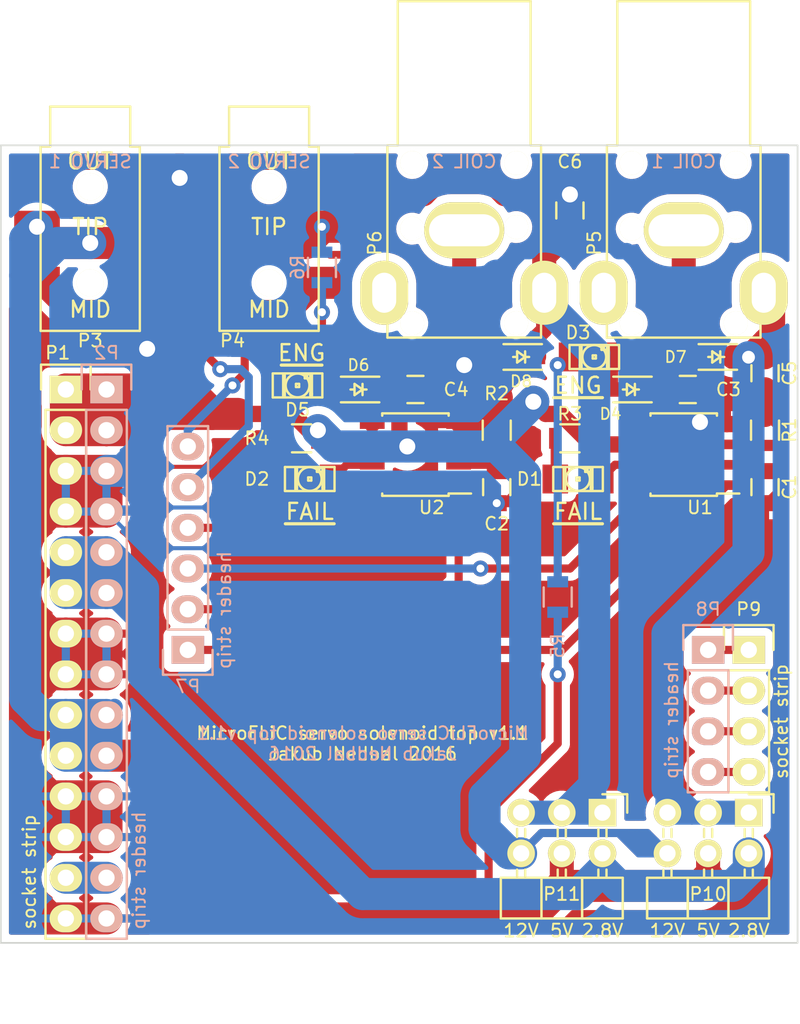
<source format=kicad_pcb>
(kicad_pcb (version 20221018) (generator pcbnew)
  (layers (0 "F.Cu" signal) (31 "B.Cu" signal) (34 "B.Paste" user) (35 "F.Paste" user) (36 "B.SilkS" user "B.Silkscreen") (37 "F.SilkS" user "F.Silkscreen") (38 "B.Mask" user) (39 "F.Mask" user) (44 "Edge.Cuts" user))
  (net 0 "")
  (net 1 "+5VP")
  (net 2 "GND")
  (net 3 "+12V")
  (net 4 "+2V5")
  (net 5 "+3V3")
  (net 6 "/SERVO3")
  (net 7 "/SERVO4")
  (net 8 "/shutterPWM/SH3_PWM")
  (net 9 "/shutterPWM/SH4_PWM")
  (net 10 "/shutterPWM/DC")
  (net 11 "/shutterPWM/DD")
  (net 12 "/shutterPWM/SHC_PWR")
  (net 13 "/shutterPWM/SHD_PWR")
  (net 14 "/shutterPWM/FC")
  (net 15 "/shutterPWM/SHC_O/C")
  (net 16 "/shutterPWM/FD")
  (net 17 "/shutterPWM/SHD_O/C")
  (net 18 "/shutterPWM/SH3")
  (net 19 "/shutterPWM/SH4")
  (net 20 "/SCL_5V")
  (net 21 "/SDA_5V")
  (net 22 "/SDA_3V3")
  (net 23 "/SCL_3V3")
  (net 24 "/shutterPWM/OC")
  (net 25 "/shutterPWM/OD")
  (net 26 "/shutterPWM/FAIL_C")
  (net 27 "/shutterPWM/FAIL_D")
  (net 28 "/shutterPWM/EC1")
  (net 29 "/shutterPWM/EC2")
  (net 30 "/shutterPWM/ED1")
  (net 31 "/shutterPWM/ED2")
  (footprint "LEDs:LED-1206" (layer "F.Cu") (at 136.144 120.904 180)
    (fp_text reference "D1")
    (fp_text value "LED RED" hide)
  )
  (footprint "LEDs:LED-1206" (layer "F.Cu") (at 119.38 120.904 180)
    (fp_text reference "D2")
    (fp_text value "LED RED" hide)
  )
  (footprint "LEDs:LED-1206" (layer "F.Cu") (at 137.16 113.284 180)
    (fp_text reference "D3")
    (fp_text value "LED YELLOW" hide)
  )
  (footprint "jakub:SOD-323" (layer "F.Cu") (at 144.78 113.284 180)
    (fp_text reference "D7")
    (fp_text value "1N4148")
  )
  (footprint "jakub:SOD-323" (layer "F.Cu") (at 132.588 113.284 180)
    (fp_text reference "D8")
    (fp_text value "1N4148")
  )
  (footprint "jakub:MJ4435-R" (layer "F.Cu") (at 105.664 105.156 -90)
    (fp_text reference "P3")
    (fp_text value "3.5mm jack" hide)
  )
  (footprint "jakub:MJ4435-R" (layer "F.Cu") (at 116.84 105.156 -90)
    (fp_text reference "P4")
    (fp_text value "3.5mm jack" hide)
  )
  (footprint "jakub:PSG01544" (layer "F.Cu") (at 142.748 100.076 -90)
    (fp_text reference "P5")
    (fp_text value "RCA jack" hide)
  )
  (footprint "jakub:PSG01544" (layer "F.Cu") (at 129.032 100.076 -90)
    (fp_text reference "P6")
    (fp_text value "RCA jack" hide)
  )
  (footprint "Pin_Headers:Pin_Header_Angled_2x03" (layer "F.Cu") (at 146.812 141.732 -90)
    (fp_text reference "P10")
    (fp_text value "2x3 header strip R/A" hide)
  )
  (footprint "Pin_Headers:Pin_Header_Angled_2x03" (layer "F.Cu") (at 137.668 141.732 -90)
    (fp_text reference "P11")
    (fp_text value "2x3 header strip R/A" hide)
  )
  (footprint "Housings_SOIC:SOIC-8_3.9x4.9mm_Pitch1.27mm" (layer "F.Cu") (at 142.748 119.38 180)
    (fp_text reference "U1")
    (fp_text value "DRV103" hide)
  )
  (footprint "Housings_SOIC:SOIC-8_3.9x4.9mm_Pitch1.27mm" (layer "F.Cu") (at 125.984 119.38 180)
    (fp_text reference "U2")
    (fp_text value "DRV103" hide)
  )
  (footprint "Capacitors_SMD:C_0805" (layer "F.Cu") (at 147.828 121.412 90)
    (fp_text reference "C1")
    (fp_text value "10n" hide)
  )
  (footprint "Capacitors_SMD:C_0805" (layer "F.Cu") (at 131.064 121.412 90)
    (fp_text reference "C2")
    (fp_text value "10n" hide)
  )
  (footprint "Capacitors_SMD:C_0805" (layer "F.Cu") (at 143.002 115.316 180)
    (fp_text reference "C3")
    (fp_text value "4u7/25V" hide)
  )
  (footprint "Capacitors_SMD:C_0805" (layer "F.Cu") (at 125.984 115.316 180)
    (fp_text reference "C4")
    (fp_text value "4u7/25V" hide)
  )
  (footprint "Capacitors_SMD:C_0805" (layer "F.Cu") (at 147.828 114.3 90)
    (fp_text reference "C5")
    (fp_text value "4u7/25V" hide)
  )
  (footprint "Capacitors_SMD:C_0805" (layer "F.Cu") (at 135.636 104.14 -90)
    (fp_text reference "C6")
    (fp_text value "4u7/25V" hide)
  )
  (footprint "Resistors_SMD:R_0805" (layer "F.Cu") (at 147.828 117.856 -90)
    (fp_text reference "R1")
    (fp_text value "270k" hide)
  )
  (footprint "Resistors_SMD:R_0805" (layer "F.Cu") (at 131.064 117.856 -90)
    (fp_text reference "R2")
    (fp_text value "270k" hide)
  )
  (footprint "Resistors_SMD:R_0805" (layer "F.Cu") (at 135.636 118.364)
    (fp_text reference "R3")
    (fp_text value "10k" hide)
  )
  (footprint "Resistors_SMD:R_0805" (layer "F.Cu") (at 118.872 118.364)
    (fp_text reference "R4")
    (fp_text value "10k" hide)
  )
  (footprint "LEDs:LED-1206" (layer "F.Cu") (at 118.618 115.062 180)
    (fp_text reference "D5")
    (fp_text value "LED YELLOW" hide)
  )
  (footprint "jakub:ESQ-114-33-G-S" (layer "F.Cu") (at 104.14 115.316)
    (fp_text reference "P1")
    (fp_text value "1x14 socket strip" hide)
  )
  (footprint "jakub:ESQ-104-33-G-S" (layer "F.Cu") (at 146.812 131.572 -90)
    (fp_text reference "P9")
    (fp_text value "1x4 socket strip" hide)
  )
  (footprint "jakub:SOD-323" (layer "F.Cu") (at 139.446 115.316 180)
    (fp_text reference "D4")
    (fp_text value "1N4148")
  )
  (footprint "jakub:SOD-323" (layer "F.Cu") (at 122.428 115.316 180)
    (fp_text reference "D6")
    (fp_text value "1N4148")
  )
  (footprint "Resistors_SMD:R_0805" (layer "B.Cu") (at 134.874 128.27 -90)
    (fp_text reference "R5")
    (fp_text value "3k" hide)
  )
  (footprint "Resistors_SMD:R_0805" (layer "B.Cu") (at 120.142 107.696 90)
    (fp_text reference "R6")
    (fp_text value "3k" hide)
  )
  (footprint "Pin_Headers:Pin_Header_Straight_1x14" (layer "B.Cu") (at 106.68 115.316 180)
    (fp_text reference "P2")
    (fp_text value "1x14 header strip" hide)
  )
  (footprint "Pin_Headers:Pin_Header_Straight_1x06" (layer "B.Cu") (at 111.76 131.572)
    (fp_text reference "P7")
    (fp_text value "1x6 header strip" hide)
  )
  (footprint "Pin_Headers:Pin_Header_Straight_1x04" (layer "B.Cu") (at 144.272 131.572 180)
    (fp_text reference "P8")
    (fp_text value "1x4 header strip" hide)
  )
  (gr_line (start 137.668 115.824) (end 134.62 115.824) (stroke (width 0.2)) (layer "F.SilkS"))
  (gr_line (start 117.602 113.792) (end 120.142 113.792) (stroke (width 0.2)) (layer "F.SilkS"))
  (gr_line (start 134.62 123.698) (end 137.668 123.698) (stroke (width 0.2)) (layer "F.SilkS"))
  (gr_line (start 117.856 123.698) (end 120.904 123.698) (stroke (width 0.2)) (layer "F.SilkS"))
  (gr_line (start 100.076 100.076) (end 100.076 149.86) (stroke (width 0.1)) (layer "Edge.Cuts"))
  (gr_line (start 100.076 100.076) (end 149.86 100.076) (stroke (width 0.1)) (layer "Edge.Cuts"))
  (gr_line (start 149.86 100.076) (end 149.86 149.86) (stroke (width 0.1)) (layer "Edge.Cuts"))
  (gr_line (start 100.076 149.86) (end 149.86 149.86) (stroke (width 0.1)) (layer "Edge.Cuts"))
  (gr_text "COIL 1" (at 142.748 101.092) (layer "B.SilkS") (effects (font (size 0.8 0.8) (thickness 0.12)) (justify mirror)))
  (gr_text "MicroFLiC servo solenoid top v1.1\nJakub Nedbal 2016" (at 122.682 137.414) (layer "B.SilkS") (effects (font (size 0.8 0.8) (thickness 0.12)) (justify mirror)))
  (gr_text "SERVO 1" (at 105.664 101.092) (layer "B.SilkS") (effects (font (size 0.8 0.8) (thickness 0.12)) (justify mirror)))
  (gr_text "COIL 2" (at 129.032 101.092) (layer "B.SilkS") (effects (font (size 0.8 0.8) (thickness 0.12)) (justify mirror)))
  (gr_text "header strip" (at 141.986 139.7 90) (layer "B.SilkS") (effects (font (size 0.8 0.8) (thickness 0.12)) (justify right mirror)))
  (gr_text "header strip" (at 114.046 132.842 90) (layer "B.SilkS") (effects (font (size 0.8 0.8) (thickness 0.12)) (justify right mirror)))
  (gr_text "header strip" (at 108.712 149.098 90) (layer "B.SilkS") (effects (font (size 0.8 0.8) (thickness 0.12)) (justify right mirror)))
  (gr_text "SERVO 2" (at 116.84 101.092) (layer "B.SilkS") (effects (font (size 0.8 0.8) (thickness 0.12)) (justify mirror)))
  (gr_text "FAIL" (at 119.38 122.936) (layer "F.SilkS") (effects (font (size 1 1))))
  (gr_text "2.8V" (at 137.668 149.098) (layer "F.SilkS") (effects (font (size 0.8 0.8) (thickness 0.12))))
  (gr_text "FAIL" (at 136.144 122.936) (layer "F.SilkS") (effects (font (size 1 1))))
  (gr_text "12V" (at 132.588 149.098) (layer "F.SilkS") (effects (font (size 0.8 0.8) (thickness 0.12))))
  (gr_text "5V" (at 144.272 149.098) (layer "F.SilkS") (effects (font (size 0.8 0.8) (thickness 0.12))))
  (gr_text "socket strip" (at 101.854 149.098 90) (layer "F.SilkS") (effects (font (size 0.8 0.8) (thickness 0.12)) (justify left)))
  (gr_text "ENG" (at 136.144 115.062) (layer "F.SilkS") (effects (font (size 1 1))))
  (gr_text "5V" (at 135.128 149.098) (layer "F.SilkS") (effects (font (size 0.8 0.8) (thickness 0.12))))
  (gr_text "ENG" (at 118.872 113.03) (layer "F.SilkS") (effects (font (size 1 1))))
  (gr_text "2.8V" (at 146.812 149.098) (layer "F.SilkS") (effects (font (size 0.8 0.8) (thickness 0.12))))
  (gr_text "12V" (at 141.732 149.098) (layer "F.SilkS") (effects (font (size 0.8 0.8) (thickness 0.12))))
  (gr_text "socket strip" (at 148.844 139.7 90) (layer "F.SilkS") (effects (font (size 0.8 0.8) (thickness 0.12)) (justify left)))
  (gr_text "MicroFLiC servo solenoid top v1.1\nJakub Nedbal 2016" (at 122.682 137.414) (layer "F.SilkS") (effects (font (size 0.8 0.8) (thickness 0.12))))
  (segment (start 108.712 138.176) (end 109.22 138.684) (width 2) (layer "F.Cu") (net 1))
  (segment (start 109.22 138.684) (end 109.22 146.812) (width 2) (layer "F.Cu") (net 1))
  (segment (start 109.22 146.812) (end 110.744 148.336) (width 2) (layer "F.Cu") (net 1))
  (segment (start 110.744 148.336) (end 130.556 148.336) (width 2) (layer "F.Cu") (net 1))
  (segment (start 133.096 148.336) (end 135.128 146.304) (width 2) (layer "F.Cu") (net 1))
  (segment (start 135.128 146.304) (end 135.128 144.272) (width 1.5) (layer "F.Cu") (net 1))
  (segment (start 143.764 146.304) (end 144.272 145.796) (width 2) (layer "F.Cu") (net 1))
  (segment (start 144.272 145.796) (end 144.272 144.272) (width 1.5) (layer "F.Cu") (net 1))
  (segment (start 119.149 106.172) (end 114.531 106.172) (width 2) (layer "F.Cu") (net 1))
  (segment (start 114.531 106.172) (end 113.515 105.156) (width 2) (layer "F.Cu") (net 1))
  (segment (start 107.973 106.172) (end 105.664 106.172) (width 2) (layer "F.Cu") (net 1))
  (segment (start 103.355 106.172) (end 102.339 105.156) (width 2) (layer "F.Cu") (net 1))
  (segment (start 105.664 106.172) (end 103.355 106.172) (width 2) (layer "F.Cu") (net 1))
  (segment (start 120.142 105.156) (end 120.165 105.156) (width 0.508) (layer "F.Cu") (net 1))
  (segment (start 130.556 148.336) (end 133.096 148.336) (width 2) (layer "F.Cu") (net 1))
  (segment (start 130.556 141.732) (end 134.874 137.414) (width 0.508) (layer "F.Cu") (net 1))
  (segment (start 134.874 137.414) (end 134.874 133.096) (width 0.508) (layer "F.Cu") (net 1))
  (segment (start 114.531 106.172) (end 107.973 106.172) (width 2) (layer "F.Cu") (net 1))
  (segment (start 130.556 148.336) (end 130.556 141.732) (width 0.508) (layer "F.Cu") (net 1))
  (segment (start 113.515 105.156) (end 108.989 105.156) (width 2) (layer "F.Cu") (net 1))
  (segment (start 135.128 146.304) (end 143.764 146.304) (width 2) (layer "F.Cu") (net 1))
  (segment (start 120.165 105.156) (end 119.149 106.172) (width 2) (layer "F.Cu") (net 1))
  (segment (start 106.68 138.176) (end 108.712 138.176) (width 2) (layer "F.Cu") (net 1))
  (segment (start 108.989 105.156) (end 107.973 106.172) (width 2) (layer "F.Cu") (net 1))
  (via (at 105.664 106.172) (size 2) (drill 1) (layers "F.Cu" "B.Cu") (net 1))
  (via (at 120.142 105.156) (size 1) (drill 0.5) (layers "F.Cu" "B.Cu") (net 1))
  (via (at 102.339 105.156) (size 2) (drill 1) (layers "F.Cu" "B.Cu") (net 1))
  (via (at 134.874 133.096) (size 1) (drill 0.5) (layers "F.Cu" "B.Cu") (net 1))
  (segment (start 102.339 105.156) (end 101.6 105.895) (width 2) (layer "B.Cu") (net 1))
  (segment (start 101.6 105.895) (end 101.6 108.204) (width 2) (layer "B.Cu") (net 1))
  (segment (start 101.6 134.62) (end 102.616 135.636) (width 2) (layer "B.Cu") (net 1))
  (segment (start 102.616 135.636) (end 104.14 135.636) (width 2) (layer "B.Cu") (net 1))
  (segment (start 101.6 108.204) (end 101.6 134.62) (width 2) (layer "B.Cu") (net 1))
  (segment (start 103.632 106.172) (end 105.664 106.172) (width 2) (layer "B.Cu") (net 1))
  (segment (start 134.874 133.096) (end 134.874 129.22) (width 0.508) (layer "B.Cu") (net 1))
  (segment (start 104.14 138.176) (end 106.68 138.176) (width 2) (layer "B.Cu") (net 1))
  (segment (start 106.68 135.636) (end 107.188 135.128) (width 1.016) (layer "B.Cu") (net 1))
  (segment (start 101.6 108.204) (end 103.632 106.172) (width 2) (layer "B.Cu") (net 1))
  (segment (start 104.14 135.636) (end 106.68 135.636) (width 2) (layer "B.Cu") (net 1))
  (segment (start 104.14 135.636) (end 104.14 138.176) (width 2) (layer "B.Cu") (net 1))
  (segment (start 106.68 135.636) (end 106.68 138.176) (width 2) (layer "B.Cu") (net 1))
  (segment (start 120.142 106.746) (end 120.142 105.156) (width 0.508) (layer "B.Cu") (net 1))
  (segment (start 104.14 135.636) (end 106.68 138.176) (width 2) (layer "B.Cu") (net 1))
  (segment (start 126.984 115.775) (end 128.684 117.475) (width 1.016) (layer "F.Cu") (net 2))
  (segment (start 143.748 115.775) (end 143.748 115.316) (width 1.016) (layer "F.Cu") (net 2))
  (segment (start 147.259 117.475) (end 145.448 117.475) (width 1.016) (layer "F.Cu") (net 2))
  (segment (start 130.495 117.475) (end 128.684 117.475) (width 1.016) (layer "F.Cu") (net 2))
  (segment (start 129.032 113.792) (end 127.508 115.316) (width 2) (layer "F.Cu") (net 2))
  (segment (start 127.508 115.316) (end 127.762 115.316) (width 2) (layer "F.Cu") (net 2))
  (segment (start 131.064 115.824) (end 129.032 113.792) (width 2) (layer "F.Cu") (net 2))
  (segment (start 129.606 116.906) (end 127.762 115.062) (width 2) (layer "F.Cu") (net 2))
  (segment (start 127.762 115.062) (end 127.762 115.316) (width 2) (layer "F.Cu") (net 2))
  (segment (start 127.762 115.316) (end 126.984 115.316) (width 2) (layer "F.Cu") (net 2))
  (segment (start 103.203 101.092) (end 104.648 101.092) (width 1.016) (layer "F.Cu") (net 2))
  (segment (start 108.125 101.092) (end 108.989 101.956) (width 1.016) (layer "F.Cu") (net 2))
  (segment (start 114.379 101.092) (end 115.824 101.092) (width 1.016) (layer "F.Cu") (net 2))
  (segment (start 119.301 101.092) (end 120.165 101.956) (width 1.016) (layer "F.Cu") (net 2))
  (segment (start 107.544 101.956) (end 106.68 101.092) (width 1.016) (layer "F.Cu") (net 2))
  (segment (start 106.68 101.092) (end 108.125 101.092) (width 1.016) (layer "F.Cu") (net 2))
  (segment (start 103.784 101.956) (end 104.648 101.092) (width 1.016) (layer "F.Cu") (net 2))
  (segment (start 104.648 101.092) (end 106.68 101.092) (width 1.016) (layer "F.Cu") (net 2))
  (segment (start 111.252 102.108) (end 111.252 101.956) (width 2) (layer "F.Cu") (net 2))
  (segment (start 111.252 101.956) (end 111.252 102.108) (width 2) (layer "F.Cu") (net 2))
  (segment (start 111.252 102.108) (end 111.252 101.956) (width 2) (layer "F.Cu") (net 2))
  (segment (start 111.252 101.956) (end 113.515 101.956) (width 2) (layer "F.Cu") (net 2))
  (segment (start 114.96 101.956) (end 115.824 101.092) (width 1.016) (layer "F.Cu") (net 2))
  (segment (start 115.824 101.092) (end 117.856 101.092) (width 1.016) (layer "F.Cu") (net 2))
  (segment (start 118.72 101.956) (end 117.856 101.092) (width 1.016) (layer "F.Cu") (net 2))
  (segment (start 117.856 101.092) (end 119.301 101.092) (width 1.016) (layer "F.Cu") (net 2))
  (segment (start 103.124 148.336) (end 101.6 146.812) (width 2) (layer "F.Cu") (net 2))
  (segment (start 101.6 146.812) (end 101.6 144.78) (width 2) (layer "F.Cu") (net 2))
  (segment (start 101.6 144.78) (end 103.124 143.256) (width 2) (layer "F.Cu") (net 2))
  (segment (start 103.124 143.256) (end 104.14 143.256) (width 2) (layer "F.Cu") (net 2))
  (segment (start 103.124 140.716) (end 101.6 139.192) (width 2) (layer "F.Cu") (net 2))
  (segment (start 101.6 139.192) (end 101.6 134.62) (width 2) (layer "F.Cu") (net 2))
  (segment (start 101.6 134.62) (end 103.124 133.096) (width 2) (layer "F.Cu") (net 2))
  (segment (start 103.124 133.096) (end 104.14 133.096) (width 2) (layer "F.Cu") (net 2))
  (segment (start 103.124 130.556) (end 101.6 129.032) (width 2) (layer "F.Cu") (net 2))
  (segment (start 101.6 129.032) (end 101.6 124.46) (width 2) (layer "F.Cu") (net 2))
  (segment (start 101.6 124.46) (end 103.124 122.936) (width 2) (layer "F.Cu") (net 2))
  (segment (start 103.124 122.936) (end 104.14 122.936) (width 2) (layer "F.Cu") (net 2))
  (segment (start 103.124 120.396) (end 101.6 118.872) (width 2) (layer "F.Cu") (net 2))
  (segment (start 101.6 118.872) (end 101.6 113.792) (width 2) (layer "F.Cu") (net 2))
  (segment (start 101.6 113.792) (end 102.616 112.776) (width 2) (layer "F.Cu") (net 2))
  (segment (start 102.616 112.776) (end 109.22 112.776) (width 2) (layer "F.Cu") (net 2))
  (segment (start 101.6 121.412) (end 101.6 124.46) (width 2) (layer "F.Cu") (net 2))
  (segment (start 102.616 121.412) (end 104.14 122.936) (width 2) (layer "F.Cu") (net 2))
  (segment (start 101.6 130.048) (end 101.6 134.62) (width 2) (layer "F.Cu") (net 2))
  (segment (start 101.6 130.556) (end 104.14 133.096) (width 2) (layer "F.Cu") (net 2))
  (segment (start 103.632 143.256) (end 101.6 141.224) (width 2) (layer "F.Cu") (net 2))
  (segment (start 101.6 141.224) (end 101.6 144.78) (width 2) (layer "F.Cu") (net 2))
  (segment (start 131.588 122.412) (end 133.096 120.904) (width 0.508) (layer "F.Cu") (net 2))
  (segment (start 133.096 120.904) (end 133.096 118.938) (width 0.508) (layer "F.Cu") (net 2))
  (segment (start 133.096 118.938) (end 131.064 116.906) (width 0.508) (layer "F.Cu") (net 2))
  (segment (start 123.292 101.956) (end 124.46 103.124) (width 1.5) (layer "F.Cu") (net 2))
  (segment (start 124.46 103.124) (end 126.492 103.124) (width 1.5) (layer "F.Cu") (net 2))
  (segment (start 126.492 103.124) (end 127.508 102.108) (width 1.5) (layer "F.Cu") (net 2))
  (segment (start 127.508 102.108) (end 130.556 102.108) (width 1.5) (layer "F.Cu") (net 2))
  (segment (start 130.556 102.108) (end 131.572 103.124) (width 1.5) (layer "F.Cu") (net 2))
  (segment (start 131.572 103.124) (end 135.62 103.124) (width 1.5) (layer "F.Cu") (net 2))
  (segment (start 135.62 103.124) (end 135.636 103.14) (width 1.5) (layer "F.Cu") (net 2))
  (segment (start 143.764 117.348) (end 143.891 117.475) (width 1.016) (layer "F.Cu") (net 2))
  (segment (start 143.891 117.475) (end 145.448 117.475) (width 1.016) (layer "F.Cu") (net 2))
  (segment (start 143.764 115.332) (end 143.748 115.316) (width 1.016) (layer "F.Cu") (net 2))
  (segment (start 143.764 115.332) (end 143.748 115.316) (width 1.016) (layer "F.Cu") (net 2))
  (segment (start 143.748 117.332) (end 143.764 117.348) (width 1.016) (layer "F.Cu") (net 2))
  (segment (start 143.748 117.332) (end 143.764 117.348) (width 1.016) (layer "F.Cu") (net 2))
  (segment (start 148.844 121.396) (end 148.844 117.922) (width 0.381) (layer "F.Cu") (net 2))
  (segment (start 148.844 117.922) (end 147.828 116.906) (width 0.381) (layer "F.Cu") (net 2))
  (segment (start 109.22 120.396) (end 109.474 120.142) (width 0.254) (layer "F.Cu") (net 2))
  (segment (start 109.474 120.142) (end 114.554 120.142) (width 0.254) (layer "F.Cu") (net 2))
  (segment (start 104.14 143.256) (end 103.632 143.256) (width 2) (layer "F.Cu") (net 2))
  (segment (start 108.989 101.956) (end 107.544 101.956) (width 1.016) (layer "F.Cu") (net 2))
  (segment (start 131.064 116.906) (end 131.064 115.824) (width 2) (layer "F.Cu") (net 2))
  (segment (start 145.448 117.475) (end 143.748 115.775) (width 1.016) (layer "F.Cu") (net 2))
  (segment (start 101.6 121.412) (end 102.616 121.412) (width 2) (layer "F.Cu") (net 2))
  (segment (start 131.064 116.906) (end 130.495 117.475) (width 1.016) (layer "F.Cu") (net 2))
  (segment (start 147.828 122.412) (end 148.844 121.396) (width 0.381) (layer "F.Cu") (net 2))
  (segment (start 143.764 117.348) (end 143.764 115.332) (width 1.016) (layer "F.Cu") (net 2))
  (segment (start 104.14 148.336) (end 103.124 148.336) (width 2) (layer "F.Cu") (net 2))
  (segment (start 104.14 130.556) (end 106.68 133.096) (width 2) (layer "F.Cu") (net 2))
  (segment (start 104.14 140.716) (end 103.124 140.716) (width 2) (layer "F.Cu") (net 2))
  (segment (start 104.14 140.716) (end 104.14 143.256) (width 2) (layer "F.Cu") (net 2))
  (segment (start 131.064 116.906) (end 129.606 116.906) (width 2) (layer "F.Cu") (net 2))
  (segment (start 104.14 122.936) (end 106.68 122.936) (width 2) (layer "F.Cu") (net 2))
  (segment (start 104.14 133.096) (end 106.68 133.096) (width 2) (layer "F.Cu") (net 2))
  (segment (start 126.984 115.316) (end 126.984 115.775) (width 1.016) (layer "F.Cu") (net 2))
  (segment (start 106.68 143.256) (end 106.68 140.716) (width 2) (layer "F.Cu") (net 2))
  (segment (start 143.748 115.316) (end 143.748 117.332) (width 1.016) (layer "F.Cu") (net 2))
  (segment (start 101.6 139.192) (end 101.6 141.224) (width 2) (layer "F.Cu") (net 2))
  (segment (start 131.588 122.412) (end 131.064 122.412) (width 0.508) (layer "F.Cu") (net 2))
  (segment (start 101.6 130.048) (end 101.6 130.556) (width 2) (layer "F.Cu") (net 2))
  (segment (start 106.68 130.556) (end 104.14 130.556) (width 2) (layer "F.Cu") (net 2))
  (segment (start 104.14 143.256) (end 106.68 143.256) (width 2) (layer "F.Cu") (net 2))
  (segment (start 101.6 129.032) (end 101.6 130.048) (width 2) (layer "F.Cu") (net 2))
  (segment (start 104.14 120.396) (end 106.68 122.936) (width 2) (layer "F.Cu") (net 2))
  (segment (start 102.339 101.956) (end 103.784 101.956) (width 1.016) (layer "F.Cu") (net 2))
  (segment (start 106.68 148.336) (end 104.14 148.336) (width 2) (layer "F.Cu") (net 2))
  (segment (start 102.339 101.956) (end 103.203 101.092) (width 1.016) (layer "F.Cu") (net 2))
  (segment (start 101.6 118.872) (end 101.6 121.412) (width 2) (layer "F.Cu") (net 2))
  (segment (start 106.68 133.096) (end 106.68 130.556) (width 2) (layer "F.Cu") (net 2))
  (segment (start 104.14 120.396) (end 104.14 122.936) (width 2) (layer "F.Cu") (net 2))
  (segment (start 104.14 130.556) (end 104.14 133.096) (width 2) (layer "F.Cu") (net 2))
  (segment (start 106.68 122.936) (end 106.68 120.396) (width 2) (layer "F.Cu") (net 2))
  (segment (start 113.515 101.956) (end 114.96 101.956) (width 1.016) (layer "F.Cu") (net 2))
  (segment (start 106.68 140.716) (end 104.14 140.716) (width 2) (layer "F.Cu") (net 2))
  (segment (start 104.14 140.716) (end 106.68 143.256) (width 2) (layer "F.Cu") (net 2))
  (segment (start 108.989 101.956) (end 111.252 101.956) (width 2) (layer "F.Cu") (net 2))
  (segment (start 147.828 116.906) (end 147.259 117.475) (width 1.016) (layer "F.Cu") (net 2))
  (segment (start 106.68 120.396) (end 109.22 120.396) (width 0.254) (layer "F.Cu") (net 2))
  (segment (start 104.14 120.396) (end 103.124 120.396) (width 2) (layer "F.Cu") (net 2))
  (segment (start 106.68 120.396) (end 104.14 120.396) (width 2) (layer "F.Cu") (net 2))
  (segment (start 113.515 101.956) (end 114.379 101.092) (width 1.016) (layer "F.Cu") (net 2))
  (segment (start 120.165 101.956) (end 118.72 101.956) (width 1.016) (layer "F.Cu") (net 2))
  (segment (start 120.165 101.956) (end 123.292 101.956) (width 1.5) (layer "F.Cu") (net 2))
  (segment (start 104.14 130.556) (end 103.124 130.556) (width 2) (layer "F.Cu") (net 2))
  (segment (start 147.828 116.906) (end 147.828 115.3) (width 1.5) (layer "F.Cu") (net 2))
  (via (at 143.764 117.348) (size 2) (drill 1) (layers "F.Cu" "B.Cu") (net 2))
  (via (at 111.252 102.108) (size 2) (drill 1) (layers "F.Cu" "B.Cu") (net 2))
  (via (at 109.22 112.776) (size 2) (drill 1) (layers "F.Cu" "B.Cu") (net 2))
  (via (at 129.032 113.792) (size 2) (drill 1) (layers "F.Cu" "B.Cu") (net 2))
  (via (at 135.636 103.14) (size 2) (drill 1) (layers "F.Cu" "B.Cu") (net 2))
  (via (at 131.064 122.412) (size 1) (drill 0.5) (layers "F.Cu" "B.Cu") (net 2))
  (segment (start 106.68 120.396) (end 107.696 120.396) (width 2) (layer "B.Cu") (net 2))
  (segment (start 107.696 120.396) (end 109.22 118.872) (width 2) (layer "B.Cu") (net 2))
  (segment (start 109.22 118.872) (end 109.22 112.776) (width 2) (layer "B.Cu") (net 2))
  (segment (start 109.22 112.776) (end 109.982 112.014) (width 2) (layer "B.Cu") (net 2))
  (segment (start 129.032 113.792) (end 122.428 113.792) (width 2) (layer "B.Cu") (net 2))
  (segment (start 129.032 110.236) (end 131.064 108.204) (width 2) (layer "B.Cu") (net 2))
  (segment (start 132.588 106.68) (end 133.096 106.68) (width 1.016) (layer "B.Cu") (net 2))
  (segment (start 133.096 106.68) (end 133.604 106.172) (width 1.016) (layer "B.Cu") (net 2))
  (segment (start 133.604 106.172) (end 135.89 106.172) (width 1.016) (layer "B.Cu") (net 2))
  (segment (start 138.176 106.172) (end 138.684 106.68) (width 1.016) (layer "B.Cu") (net 2))
  (segment (start 138.684 106.68) (end 139.192 106.68) (width 1.016) (layer "B.Cu") (net 2))
  (segment (start 139.192 106.68) (end 143.764 111.252) (width 1.016) (layer "B.Cu") (net 2))
  (segment (start 143.764 111.252) (end 143.764 117.348) (width 1.016) (layer "B.Cu") (net 2))
  (segment (start 135.89 106.172) (end 138.176 106.172) (width 1.016) (layer "B.Cu") (net 2))
  (segment (start 135.636 103.14) (end 135.652 103.124) (width 2) (layer "B.Cu") (net 2))
  (segment (start 135.652 103.124) (end 135.89 103.124) (width 2) (layer "B.Cu") (net 2))
  (segment (start 131.064 122.412) (end 131.064 122.428) (width 1.016) (layer "B.Cu") (net 2))
  (segment (start 106.934 133.096) (end 106.68 133.096) (width 1.016) (layer "B.Cu") (net 2))
  (segment (start 106.934 122.682) (end 114.808 122.682) (width 0.254) (layer "B.Cu") (net 2))
  (segment (start 108.966 125.222) (end 114.808 125.222) (width 0.254) (layer "B.Cu") (net 2))
  (segment (start 111.252 110.744) (end 109.982 112.014) (width 2) (layer "B.Cu") (net 2))
  (segment (start 111.252 109.22) (end 111.252 110.744) (width 2) (layer "B.Cu") (net 2))
  (segment (start 120.904 112.268) (end 114.3 112.268) (width 2) (layer "B.Cu") (net 2))
  (segment (start 109.728 112.268) (end 109.22 112.776) (width 2) (layer "B.Cu") (net 2))
  (segment (start 114.3 112.268) (end 109.728 112.268) (width 2) (layer "B.Cu") (net 2))
  (segment (start 106.68 122.936) (end 108.966 125.222) (width 0.254) (layer "B.Cu") (net 2))
  (segment (start 129.032 113.792) (end 129.032 110.236) (width 2) (layer "B.Cu") (net 2))
  (segment (start 106.68 120.396) (end 106.934 120.142) (width 0.254) (layer "B.Cu") (net 2))
  (segment (start 106.68 122.936) (end 106.934 122.682) (width 0.254) (layer "B.Cu") (net 2))
  (segment (start 135.89 103.124) (end 135.89 106.172) (width 2) (layer "B.Cu") (net 2))
  (segment (start 111.252 102.108) (end 111.252 109.22) (width 2) (layer "B.Cu") (net 2))
  (segment (start 111.252 109.22) (end 114.3 112.268) (width 2) (layer "B.Cu") (net 2))
  (segment (start 122.428 113.792) (end 120.904 112.268) (width 2) (layer "B.Cu") (net 2))
  (segment (start 131.064 108.204) (end 132.588 106.68) (width 1.016) (layer "B.Cu") (net 2))
  (segment (start 120.203 118.745) (end 119.822 118.364) (width 1.016) (layer "F.Cu") (net 3))
  (segment (start 124.587 118.745) (end 124.984 118.348) (width 1.016) (layer "F.Cu") (net 3))
  (segment (start 124.984 118.348) (end 124.984 115.316) (width 1.016) (layer "F.Cu") (net 3))
  (segment (start 136.967 118.745) (end 136.586 118.364) (width 1.016) (layer "F.Cu") (net 3))
  (segment (start 141.351 118.745) (end 140.048 118.745) (width 1.016) (layer "F.Cu") (net 3))
  (segment (start 140.462 143.002) (end 139.954 143.002) (width 0.508) (layer "F.Cu") (net 3))
  (segment (start 133.858 143.002) (end 132.588 144.272) (width 0.508) (layer "F.Cu") (net 3))
  (segment (start 140.462 143.764) (end 139.954 144.272) (width 0.508) (layer "F.Cu") (net 3))
  (segment (start 138.684 143.002) (end 139.192 143.002) (width 0.508) (layer "F.Cu") (net 3))
  (segment (start 138.938 143.002) (end 133.858 143.002) (width 0.508) (layer "F.Cu") (net 3))
  (segment (start 139.192 143.002) (end 138.938 143.002) (width 0.508) (layer "F.Cu") (net 3))
  (segment (start 140.208 144.018) (end 140.97 144.018) (width 0.508) (layer "F.Cu") (net 3))
  (segment (start 140.97 144.018) (end 141.732 144.272) (width 0.508) (layer "F.Cu") (net 3))
  (segment (start 139.954 143.002) (end 138.938 143.002) (width 0.508) (layer "F.Cu") (net 3))
  (segment (start 139.7 143.002) (end 140.716 144.018) (width 0.508) (layer "F.Cu") (net 3))
  (segment (start 140.716 144.018) (end 140.716 143.764) (width 0.508) (layer "F.Cu") (net 3))
  (segment (start 140.716 143.764) (end 141.224 144.272) (width 0.508) (layer "F.Cu") (net 3))
  (segment (start 135.062 116.84) (end 134.112 116.84) (width 1.016) (layer "F.Cu") (net 3))
  (segment (start 134.112 116.84) (end 133.35 116.078) (width 1.016) (layer "F.Cu") (net 3))
  (segment (start 118.298 116.84) (end 117.094 116.84) (width 1.016) (layer "F.Cu") (net 3))
  (segment (start 125.476 118.872) (end 124.984 118.38) (width 1.016) (layer "F.Cu") (net 3))
  (segment (start 124.984 118.348) (end 124.984 118.38) (width 1.016) (layer "F.Cu") (net 3))
  (segment (start 125.349 118.745) (end 125.476 118.872) (width 1.016) (layer "F.Cu") (net 3))
  (segment (start 114.874 116.84) (end 113.284 116.84) (width 2) (layer "F.Cu") (net 3))
  (segment (start 113.284 116.84) (end 111.76 115.316) (width 2) (layer "F.Cu") (net 3))
  (segment (start 111.76 115.316) (end 108.712 115.316) (width 2) (layer "F.Cu") (net 3))
  (segment (start 109.22 117.856) (end 110.236 116.84) (width 2) (layer "F.Cu") (net 3))
  (segment (start 110.236 116.84) (end 113.284 116.84) (width 2) (layer "F.Cu") (net 3))
  (segment (start 106.68 117.856) (end 106.68 117.856) (width 2) (layer "F.Cu") (net 3))
  (segment (start 109.22 115.316) (end 108.712 115.824) (width 2) (layer "F.Cu") (net 3))
  (segment (start 108.712 115.824) (end 108.712 115.316) (width 2) (layer "F.Cu") (net 3))
  (segment (start 108.712 115.316) (end 104.14 115.316) (width 2) (layer "F.Cu") (net 3))
  (segment (start 119.888 117.856) (end 119.822 117.922) (width 1.016) (layer "F.Cu") (net 3))
  (segment (start 119.822 117.922) (end 119.822 118.364) (width 1.016) (layer "F.Cu") (net 3))
  (segment (start 142.002 118.094) (end 141.351 118.745) (width 1.016) (layer "F.Cu") (net 3))
  (segment (start 124.587 118.745) (end 125.349 118.745) (width 1.016) (layer "F.Cu") (net 3))
  (segment (start 136.586 118.364) (end 135.062 116.84) (width 1.016) (layer "F.Cu") (net 3))
  (segment (start 119.822 118.364) (end 118.298 116.84) (width 1.016) (layer "F.Cu") (net 3))
  (segment (start 123.284 118.745) (end 120.203 118.745) (width 1.016) (layer "F.Cu") (net 3))
  (segment (start 104.14 115.316) (end 106.68 117.856) (width 2) (layer "F.Cu") (net 3))
  (segment (start 139.192 143.002) (end 140.208 144.018) (width 0.508) (layer "F.Cu") (net 3))
  (segment (start 140.462 143.002) (end 140.462 143.764) (width 0.508) (layer "F.Cu") (net 3))
  (segment (start 106.68 117.856) (end 109.22 117.856) (width 2) (layer "F.Cu") (net 3))
  (segment (start 141.732 144.272) (end 140.462 143.002) (width 0.508) (layer "F.Cu") (net 3))
  (segment (start 123.284 118.745) (end 124.587 118.745) (width 1.016) (layer "F.Cu") (net 3))
  (segment (start 142.002 115.316) (end 142.002 118.094) (width 1.016) (layer "F.Cu") (net 3))
  (segment (start 117.094 116.84) (end 114.874 116.84) (width 1.016) (layer "F.Cu") (net 3))
  (segment (start 104.14 117.856) (end 106.68 117.856) (width 2) (layer "F.Cu") (net 3))
  (segment (start 104.14 117.856) (end 104.14 115.316) (width 2) (layer "F.Cu") (net 3))
  (segment (start 141.732 144.272) (end 139.954 144.272) (width 0.508) (layer "F.Cu") (net 3))
  (segment (start 140.048 118.745) (end 136.967 118.745) (width 1.016) (layer "F.Cu") (net 3))
  (segment (start 106.68 117.856) (end 106.68 115.316) (width 2) (layer "F.Cu") (net 3))
  (segment (start 139.954 144.272) (end 138.684 143.002) (width 0.508) (layer "F.Cu") (net 3))
  (segment (start 106.68 117.856) (end 109.22 115.316) (width 2) (layer "F.Cu") (net 3))
  (via (at 133.35 116.078) (size 2) (drill 1) (layers "F.Cu" "B.Cu") (net 3))
  (via (at 125.476 118.872) (size 2) (drill 1) (layers "F.Cu" "B.Cu") (net 3))
  (via (at 119.888 117.856) (size 2) (drill 1) (layers "F.Cu" "B.Cu") (net 3))
  (segment (start 133.858 143.002) (end 138.684 143.002) (width 0.508) (layer "B.Cu") (net 3))
  (segment (start 140.462 143.002) (end 140.97 143.51) (width 0.508) (layer "B.Cu") (net 3))
  (segment (start 140.208 144.272) (end 140.462 144.018) (width 0.508) (layer "B.Cu") (net 3))
  (segment (start 140.97 143.51) (end 141.732 144.272) (width 0.508) (layer "B.Cu") (net 3))
  (segment (start 140.462 144.272) (end 139.446 143.256) (width 0.508) (layer "B.Cu") (net 3))
  (segment (start 139.192 143.002) (end 139.954 143.002) (width 0.508) (layer "B.Cu") (net 3))
  (segment (start 140.716 143.764) (end 140.462 143.764) (width 0.508) (layer "B.Cu") (net 3))
  (segment (start 140.462 143.764) (end 140.462 144.018) (width 0.508) (layer "B.Cu") (net 3))
  (segment (start 140.462 144.018) (end 140.97 143.51) (width 0.508) (layer "B.Cu") (net 3))
  (segment (start 141.224 144.272) (end 140.716 143.764) (width 0.508) (layer "B.Cu") (net 3))
  (segment (start 139.446 143.256) (end 139.192 143.002) (width 0.508) (layer "B.Cu") (net 3))
  (segment (start 139.954 143.256) (end 140.462 143.764) (width 0.508) (layer "B.Cu") (net 3))
  (segment (start 130.556 118.872) (end 130.81 118.618) (width 2) (layer "B.Cu") (net 3))
  (segment (start 130.556 118.872) (end 125.476 118.872) (width 2) (layer "B.Cu") (net 3))
  (segment (start 120.904 118.872) (end 119.888 117.856) (width 2) (layer "B.Cu") (net 3))
  (segment (start 131.826 144.272) (end 130.302 142.748) (width 2) (layer "B.Cu") (net 3))
  (segment (start 130.302 142.748) (end 130.302 140.716) (width 2) (layer "B.Cu") (net 3))
  (segment (start 130.302 140.716) (end 132.842 138.176) (width 2) (layer "B.Cu") (net 3))
  (segment (start 130.81 118.618) (end 133.35 116.078) (width 2) (layer "B.Cu") (net 3))
  (segment (start 130.937 118.745) (end 130.81 118.618) (width 2) (layer "B.Cu") (net 3))
  (segment (start 132.842 120.65) (end 132.842 138.176) (width 2) (layer "B.Cu") (net 3))
  (segment (start 139.954 144.272) (end 140.208 144.272) (width 0.508) (layer "B.Cu") (net 3))
  (segment (start 130.937 118.745) (end 132.842 120.65) (width 2) (layer "B.Cu") (net 3))
  (segment (start 133.858 143.002) (end 132.588 144.272) (width 0.508) (layer "B.Cu") (net 3))
  (segment (start 139.954 143.002) (end 140.716 143.764) (width 0.508) (layer "B.Cu") (net 3))
  (segment (start 139.954 144.272) (end 138.684 143.002) (width 0.508) (layer "B.Cu") (net 3))
  (segment (start 141.732 144.272) (end 140.462 144.272) (width 0.508) (layer "B.Cu") (net 3))
  (segment (start 140.462 144.272) (end 139.954 144.272) (width 0.508) (layer "B.Cu") (net 3))
  (segment (start 138.684 143.002) (end 139.192 143.002) (width 0.508) (layer "B.Cu") (net 3))
  (segment (start 132.588 144.272) (end 131.826 144.272) (width 2) (layer "B.Cu") (net 3))
  (segment (start 139.446 143.256) (end 139.954 143.256) (width 0.508) (layer "B.Cu") (net 3))
  (segment (start 141.732 144.272) (end 141.224 144.272) (width 0.508) (layer "B.Cu") (net 3))
  (segment (start 125.476 118.872) (end 120.904 118.872) (width 2) (layer "B.Cu") (net 3))
  (segment (start 140.462 143.002) (end 139.954 143.002) (width 0.508) (layer "B.Cu") (net 3))
  (segment (start 138.684 146.304) (end 145.796 146.304) (width 2) (layer "B.Cu") (net 4))
  (segment (start 145.796 146.304) (end 146.812 145.288) (width 2) (layer "B.Cu") (net 4))
  (segment (start 146.812 145.288) (end 146.812 144.272) (width 2) (layer "B.Cu") (net 4))
  (segment (start 104.14 128.016) (end 104.14 125.476) (width 2) (layer "B.Cu") (net 4))
  (segment (start 104.14 125.476) (end 106.68 125.476) (width 2) (layer "B.Cu") (net 4))
  (segment (start 106.68 125.476) (end 106.68 128.016) (width 2) (layer "B.Cu") (net 4))
  (segment (start 122.682 146.812) (end 108.966 133.096) (width 2) (layer "B.Cu") (net 4))
  (segment (start 108.966 133.096) (end 108.966 129.54) (width 2) (layer "B.Cu") (net 4))
  (segment (start 108.966 127.762) (end 106.68 125.476) (width 2) (layer "B.Cu") (net 4))
  (segment (start 107.442 128.016) (end 108.966 129.54) (width 2) (layer "B.Cu") (net 4))
  (segment (start 108.966 129.54) (end 108.966 127.762) (width 2) (layer "B.Cu") (net 4))
  (segment (start 106.68 128.016) (end 107.188 128.016) (width 1.5) (layer "B.Cu") (net 4))
  (segment (start 137.668 145.288) (end 136.144 146.812) (width 2) (layer "B.Cu") (net 4))
  (segment (start 106.68 128.016) (end 104.14 128.016) (width 2) (layer "B.Cu") (net 4))
  (segment (start 104.14 125.476) (end 106.68 128.016) (width 2) (layer "B.Cu") (net 4))
  (segment (start 136.144 146.812) (end 122.682 146.812) (width 2) (layer "B.Cu") (net 4))
  (segment (start 106.68 128.016) (end 107.442 128.016) (width 2) (layer "B.Cu") (net 4))
  (segment (start 137.668 144.272) (end 137.668 145.288) (width 1.5) (layer "B.Cu") (net 4))
  (segment (start 137.668 145.288) (end 138.684 146.304) (width 2) (layer "B.Cu") (net 4))
  (segment (start 106.68 145.796) (end 104.14 145.796) (width 2) (layer "B.Cu") (net 5))
  (segment (start 103.919 110.236) (end 107.409 110.236) (width 1.016) (layer "F.Cu") (net 6))
  (segment (start 107.409 110.236) (end 108.989 108.656) (width 1.016) (layer "F.Cu") (net 6))
  (segment (start 108.989 109.243) (end 108.989 108.656) (width 0.508) (layer "F.Cu") (net 6))
  (segment (start 102.339 108.656) (end 103.919 110.236) (width 1.016) (layer "F.Cu") (net 6))
  (segment (start 108.989 109.243) (end 113.792 114.046) (width 0.508) (layer "F.Cu") (net 6))
  (segment (start 108.989 108.656) (end 109.414 108.656) (width 0.508) (layer "F.Cu") (net 6))
  (via (at 113.792 114.046) (size 1) (drill 0.5) (layers "F.Cu" "B.Cu") (net 6))
  (segment (start 115.062 114.046) (end 115.57 114.554) (width 0.508) (layer "B.Cu") (net 6))
  (segment (start 115.57 117.602) (end 115.57 114.554) (width 0.508) (layer "B.Cu") (net 6))
  (segment (start 113.792 114.046) (end 115.062 114.046) (width 0.508) (layer "B.Cu") (net 6))
  (segment (start 111.76 121.412) (end 115.57 117.602) (width 0.508) (layer "B.Cu") (net 6))
  (segment (start 113.515 108.656) (end 115.095 110.236) (width 1.016) (layer "F.Cu") (net 7))
  (segment (start 118.585 110.236) (end 115.316 110.236) (width 1.016) (layer "F.Cu") (net 7))
  (segment (start 114.554 115.062) (end 115.316 114.3) (width 0.508) (layer "F.Cu") (net 7))
  (segment (start 115.316 114.3) (end 115.316 110.236) (width 0.508) (layer "F.Cu") (net 7))
  (segment (start 115.316 110.236) (end 115.095 110.236) (width 1.016) (layer "F.Cu") (net 7))
  (segment (start 120.165 108.656) (end 118.585 110.236) (width 1.016) (layer "F.Cu") (net 7))
  (via (at 114.554 115.062) (size 1) (drill 0.5) (layers "F.Cu" "B.Cu") (net 7))
  (segment (start 111.76 117.856) (end 114.554 115.062) (width 0.508) (layer "B.Cu") (net 7))
  (segment (start 111.76 118.872) (end 111.826 118.806) (width 0.508) (layer "B.Cu") (net 7))
  (segment (start 111.9124 118.872) (end 111.76 118.872) (width 0.508) (layer "B.Cu") (net 7))
  (segment (start 111.76 118.872) (end 111.76 117.856) (width 0.508) (layer "B.Cu") (net 7))
  (segment (start 135.161 131.572) (end 111.76 131.572) (width 0.508) (layer "F.Cu") (net 8))
  (segment (start 145.448 121.285) (end 135.161 131.572) (width 0.508) (layer "F.Cu") (net 8))
  (segment (start 127 129.032) (end 111.76 129.032) (width 0.508) (layer "F.Cu") (net 9))
  (segment (start 128.684 127.348) (end 127 129.032) (width 0.508) (layer "F.Cu") (net 9))
  (segment (start 128.684 121.285) (end 128.684 127.348) (width 0.508) (layer "F.Cu") (net 9))
  (segment (start 147.431 120.015) (end 147.828 120.412) (width 0.508) (layer "F.Cu") (net 10))
  (segment (start 145.448 120.015) (end 147.431 120.015) (width 0.508) (layer "F.Cu") (net 10))
  (segment (start 130.667 120.015) (end 131.064 120.412) (width 0.508) (layer "F.Cu") (net 11))
  (segment (start 128.684 120.015) (end 130.667 120.015) (width 0.508) (layer "F.Cu") (net 11))
  (segment (start 147.828 112.268) (end 148.336 111.76) (width 1.5) (layer "F.Cu") (net 12))
  (segment (start 148.336 111.76) (end 148.336 109.864) (width 1.5) (layer "F.Cu") (net 12))
  (segment (start 148.336 109.864) (end 147.748 109.276) (width 1.5) (layer "F.Cu") (net 12))
  (segment (start 145.851 113.3) (end 146.812 113.3) (width 1.5) (layer "F.Cu") (net 12))
  (segment (start 146.796 113.3) (end 146.812 113.284) (width 1.5) (layer "F.Cu") (net 12))
  (segment (start 146.812 113.284) (end 146.812 113.3) (width 1.5) (layer "F.Cu") (net 12))
  (segment (start 146.812 113.3) (end 147.828 113.3) (width 1.5) (layer "F.Cu") (net 12))
  (segment (start 147.828 113.3) (end 147.828 112.268) (width 1.5) (layer "F.Cu") (net 12))
  (segment (start 147.828 112.268) (end 146.796 113.3) (width 1.5) (layer "F.Cu") (net 12))
  (segment (start 145.835 113.284) (end 145.851 113.3) (width 1.5) (layer "F.Cu") (net 12))
  (via (at 146.796 113.3) (size 1.5) (drill 0.8) (layers "F.Cu" "B.Cu") (net 12))
  (segment (start 144.272 141.732) (end 146.812 141.732) (width 1.5) (layer "B.Cu") (net 12))
  (segment (start 143.256 141.732) (end 144.272 141.732) (width 1.5) (layer "B.Cu") (net 12))
  (segment (start 141.732 130.556) (end 141.732 140.208) (width 2) (layer "B.Cu") (net 12))
  (segment (start 146.796 125.492) (end 146.796 113.3) (width 2) (layer "B.Cu") (net 12))
  (segment (start 141.732 141.732) (end 143.256 141.732) (width 1.5) (layer "B.Cu") (net 12))
  (segment (start 141.732 130.556) (end 146.796 125.492) (width 2) (layer "B.Cu") (net 12))
  (segment (start 143.256 141.732) (end 141.732 140.208) (width 1.5) (layer "B.Cu") (net 12))
  (segment (start 141.732 141.732) (end 141.732 140.208) (width 1.5) (layer "B.Cu") (net 12))
  (segment (start 134.032 106.994) (end 135.636 105.39) (width 1.5) (layer "F.Cu") (net 13))
  (segment (start 133.643 111.975) (end 134.032 111.586) (width 1.016) (layer "F.Cu") (net 13))
  (segment (start 134.032 111.586) (end 134.032 109.276) (width 1.016) (layer "F.Cu") (net 13))
  (segment (start 134.032 109.276) (end 134.032 106.994) (width 1.5) (layer "F.Cu") (net 13))
  (segment (start 133.643 113.284) (end 133.643 111.975) (width 1.016) (layer "F.Cu") (net 13))
  (segment (start 137.16 141.224) (end 137.16 139.7) (width 1.5) (layer "B.Cu") (net 13))
  (segment (start 134.032 110.41) (end 134.032 109.276) (width 1.5) (layer "B.Cu") (net 13))
  (segment (start 134.032 109.902) (end 137.16 113.03) (width 2) (layer "B.Cu") (net 13))
  (segment (start 137.16 113.03) (end 137.16 139.7) (width 2) (layer "B.Cu") (net 13))
  (segment (start 132.588 141.732) (end 135.128 141.732) (width 1.5) (layer "B.Cu") (net 13))
  (segment (start 135.128 141.732) (end 137.16 139.7) (width 1.5) (layer "B.Cu") (net 13))
  (segment (start 137.668 141.732) (end 137.16 141.224) (width 1.5) (layer "B.Cu") (net 13))
  (segment (start 137.668 141.732) (end 135.128 141.732) (width 1.5) (layer "B.Cu") (net 13))
  (segment (start 134.032 109.276) (end 134.032 109.902) (width 2) (layer "B.Cu") (net 13))
  (segment (start 134.686 120.86586) (end 134.72414 120.904) (width 0.508) (layer "F.Cu") (net 14))
  (segment (start 134.686 118.364) (end 134.686 120.86586) (width 0.508) (layer "F.Cu") (net 14))
  (segment (start 142.748 105.376) (end 142.748 110.744) (width 1.5) (layer "F.Cu") (net 15))
  (segment (start 142.748 112.307) (end 142.748 110.744) (width 1.5) (layer "F.Cu") (net 15))
  (segment (start 140.462 116.586) (end 140.462 114.3) (width 1.5) (layer "F.Cu") (net 15))
  (segment (start 140.462 114.3) (end 142.455 112.307) (width 1.5) (layer "F.Cu") (net 15))
  (segment (start 142.455 112.307) (end 142.748 112.307) (width 1.5) (layer "F.Cu") (net 15))
  (segment (start 140.501 117.022) (end 140.048 117.475) (width 0.508) (layer "F.Cu") (net 15))
  (segment (start 143.725 113.284) (end 142.748 112.307) (width 1.5) (layer "F.Cu") (net 15))
  (segment (start 140.501 115.316) (end 140.501 117.022) (width 0.508) (layer "F.Cu") (net 15))
  (segment (start 140.048 117.475) (end 140.048 117) (width 1.016) (layer "F.Cu") (net 15))
  (segment (start 140.048 117) (end 140.462 116.586) (width 1.5) (layer "F.Cu") (net 15))
  (segment (start 117.96014 118.40214) (end 117.922 118.364) (width 0.508) (layer "F.Cu") (net 16))
  (segment (start 117.922 120.86586) (end 117.96014 120.904) (width 0.508) (layer "F.Cu") (net 16))
  (segment (start 117.922 118.364) (end 117.922 120.86586) (width 0.508) (layer "F.Cu") (net 16))
  (segment (start 129.032 110.783) (end 129.032 105.376) (width 1.5) (layer "F.Cu") (net 17))
  (segment (start 128.0355 111.7795) (end 126.531 113.284) (width 1.5) (layer "F.Cu") (net 17))
  (segment (start 128.0355 111.7795) (end 129.032 110.783) (width 1.5) (layer "F.Cu") (net 17))
  (segment (start 130.0285 111.7795) (end 130.009 111.76) (width 1.5) (layer "F.Cu") (net 17))
  (segment (start 130.009 111.76) (end 129.54 111.76) (width 1.5) (layer "F.Cu") (net 17))
  (segment (start 129.54 111.76) (end 129.54 111.291) (width 1.5) (layer "F.Cu") (net 17))
  (segment (start 129.54 111.291) (end 129.032 110.783) (width 1.5) (layer "F.Cu") (net 17))
  (segment (start 123.284 114.46) (end 124.46 113.284) (width 1.5) (layer "F.Cu") (net 17))
  (segment (start 124.46 113.284) (end 126.531 113.284) (width 1.5) (layer "F.Cu") (net 17))
  (segment (start 123.284 115.316) (end 123.284 114.46) (width 1.5) (layer "F.Cu") (net 17))
  (segment (start 128.0355 111.7795) (end 130.0285 111.7795) (width 1.5) (layer "F.Cu") (net 17))
  (segment (start 123.284 117) (end 123.284 117.475) (width 1.016) (layer "F.Cu") (net 17))
  (segment (start 123.284 117) (end 123.284 115.316) (width 1.5) (layer "F.Cu") (net 17))
  (segment (start 123.737 115.316) (end 123.284 115.316) (width 0.508) (layer "F.Cu") (net 17))
  (segment (start 131.533 113.284) (end 129.54 111.291) (width 1.5) (layer "F.Cu") (net 17))
  (segment (start 135.649 126.492) (end 130.048 126.492) (width 0.508) (layer "F.Cu") (net 18))
  (segment (start 140.048 122.093) (end 135.649 126.492) (width 0.508) (layer "F.Cu") (net 18))
  (segment (start 140.048 121.285) (end 140.048 122.093) (width 0.508) (layer "F.Cu") (net 18))
  (via (at 130.048 126.492) (size 1) (drill 0.5) (layers "F.Cu" "B.Cu") (net 18))
  (segment (start 111.76 126.492) (end 130.048 126.492) (width 0.508) (layer "B.Cu") (net 18))
  (segment (start 111.76 123.952) (end 121.425 123.952) (width 0.508) (layer "F.Cu") (net 19))
  (segment (start 121.425 123.952) (end 123.284 122.093) (width 0.508) (layer "F.Cu") (net 19))
  (segment (start 123.284 122.093) (end 123.284 121.285) (width 0.508) (layer "F.Cu") (net 19))
  (segment (start 144.018 131.826) (end 144.272 131.572) (width 0.381) (layer "F.Cu") (net 20))
  (segment (start 144.272 131.572) (end 146.812 131.572) (width 0.508) (layer "F.Cu") (net 20))
  (segment (start 146.812 134.112) (end 144.272 134.112) (width 0.508) (layer "F.Cu") (net 21))
  (segment (start 146.812 136.652) (end 144.272 136.652) (width 0.508) (layer "F.Cu") (net 22))
  (segment (start 146.812 139.192) (end 144.272 139.192) (width 0.508) (layer "F.Cu") (net 23))
  (segment (start 147.767 118.745) (end 147.828 118.806) (width 0.508) (layer "F.Cu") (net 24))
  (segment (start 145.448 118.745) (end 147.767 118.745) (width 0.508) (layer "F.Cu") (net 24))
  (segment (start 128.745 118.806) (end 131.064 118.806) (width 0.508) (layer "F.Cu") (net 25))
  (segment (start 128.684 118.745) (end 128.745 118.806) (width 0.508) (layer "F.Cu") (net 25))
  (segment (start 138.45286 120.015) (end 137.56386 120.904) (width 0.508) (layer "F.Cu") (net 26))
  (segment (start 140.048 120.015) (end 138.45286 120.015) (width 0.508) (layer "F.Cu") (net 26))
  (segment (start 121.43486 120.269) (end 120.79986 120.904) (width 0.508) (layer "F.Cu") (net 27))
  (segment (start 121.68886 120.015) (end 123.284 120.015) (width 0.508) (layer "F.Cu") (net 27))
  (segment (start 120.79986 120.904) (end 121.68886 120.015) (width 0.508) (layer "F.Cu") (net 27))
  (segment (start 135.382 113.284) (end 134.874 113.792) (width 0.508) (layer "F.Cu") (net 28))
  (segment (start 135.74014 113.284) (end 135.382 113.284) (width 0.508) (layer "F.Cu") (net 28))
  (via (at 134.874 113.792) (size 1) (drill 0.5) (layers "F.Cu" "B.Cu") (net 28))
  (segment (start 134.874 113.792) (end 134.874 127.254) (width 0.508) (layer "B.Cu") (net 28))
  (segment (start 138.391 113.47286) (end 138.57986 113.284) (width 0.508) (layer "F.Cu") (net 29))
  (segment (start 138.391 115.316) (end 138.391 113.47286) (width 0.508) (layer "F.Cu") (net 29))
  (segment (start 120.142 112.11814) (end 117.19814 115.062) (width 0.508) (layer "F.Cu") (net 30))
  (segment (start 120.142 110.49) (end 120.142 112.11814) (width 0.508) (layer "F.Cu") (net 30))
  (via (at 120.142 110.49) (size 1) (drill 0.5) (layers "F.Cu" "B.Cu") (net 30))
  (segment (start 120.142 108.646) (end 120.142 110.49) (width 0.508) (layer "B.Cu") (net 30))
  (segment (start 120.29186 115.316) (end 120.03786 115.062) (width 0.508) (layer "F.Cu") (net 31))
  (segment (start 121.373 115.316) (end 120.29186 115.316) (width 0.508) (layer "F.Cu") (net 31))
  (zone (net 2) (net_name "GND") (layer "F.Cu") (connect_pads (clearance 0.508)) (min_thickness 0.254) (fill yes (thermal_gap 0.508) (thermal_bridge_width 0.508))
    (polygon (pts (xy 149.352 100.584) (xy 149.352 149.352) (xy 100.584 149.352) (xy 100.584 100.584)))
  )
  (zone (net 2) (net_name "GND") (layer "B.Cu") (connect_pads (clearance 0.508)) (min_thickness 0.254) (fill yes (thermal_gap 0.508) (thermal_bridge_width 0.508))
    (polygon (pts (xy 149.352 149.352) (xy 149.352 100.584) (xy 100.584 100.584) (xy 100.584 149.352)))
  )
)
</source>
